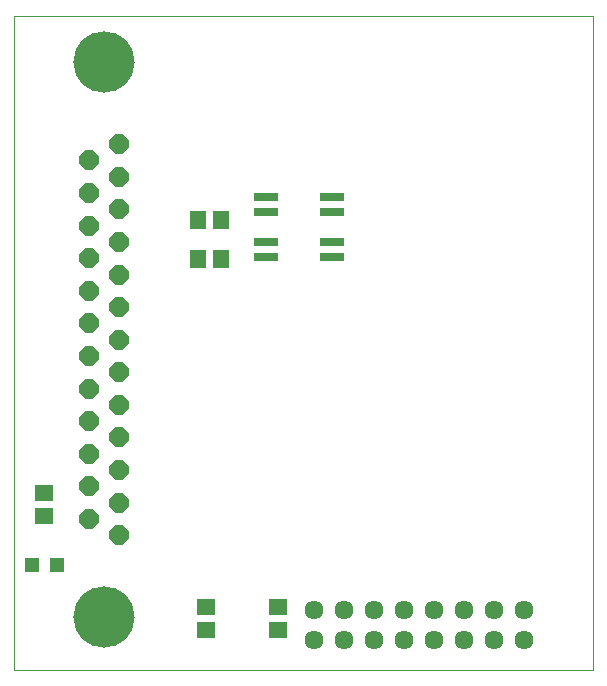
<source format=gbs>
G75*
%MOIN*%
%OFA0B0*%
%FSLAX24Y24*%
%IPPOS*%
%LPD*%
%AMOC8*
5,1,8,0,0,1.08239X$1,22.5*
%
%ADD10C,0.0000*%
%ADD11C,0.0634*%
%ADD12R,0.0631X0.0552*%
%ADD13R,0.0552X0.0631*%
%ADD14OC8,0.0640*%
%ADD15C,0.2040*%
%ADD16R,0.0512X0.0512*%
%ADD17R,0.0790X0.0290*%
D10*
X004030Y003000D02*
X004030Y024792D01*
X023321Y024792D01*
X023321Y003000D01*
X004030Y003000D01*
D11*
X014030Y004000D03*
X015030Y004000D03*
X015030Y005000D03*
X014030Y005000D03*
X016030Y005000D03*
X016030Y004000D03*
X017030Y004000D03*
X018030Y004000D03*
X018030Y005000D03*
X017030Y005000D03*
X019030Y005000D03*
X019030Y004000D03*
X020030Y004000D03*
X021030Y004000D03*
X021030Y005000D03*
X020030Y005000D03*
D12*
X012830Y005074D03*
X012830Y004326D03*
X010430Y004326D03*
X010430Y005074D03*
X005030Y008126D03*
X005030Y008874D03*
D13*
X010156Y016700D03*
X010904Y016700D03*
X010904Y018000D03*
X010156Y018000D03*
D14*
X007530Y018350D03*
X007530Y019430D03*
X007530Y020520D03*
X006530Y019980D03*
X006530Y018890D03*
X006530Y017800D03*
X006530Y016720D03*
X006530Y015630D03*
X006530Y014540D03*
X006530Y013460D03*
X006530Y012370D03*
X006530Y011280D03*
X006530Y010200D03*
X006530Y009110D03*
X006530Y008020D03*
X007530Y007480D03*
X007530Y008570D03*
X007530Y009650D03*
X007530Y010740D03*
X007530Y011830D03*
X007530Y012910D03*
X007530Y014000D03*
X007530Y015090D03*
X007530Y016170D03*
X007530Y017260D03*
D15*
X007030Y023260D03*
X007030Y004740D03*
D16*
X005443Y006500D03*
X004617Y006500D03*
D17*
X012430Y016750D03*
X012430Y017250D03*
X012430Y018250D03*
X012430Y018750D03*
X014630Y018750D03*
X014630Y018250D03*
X014630Y017250D03*
X014630Y016750D03*
M02*

</source>
